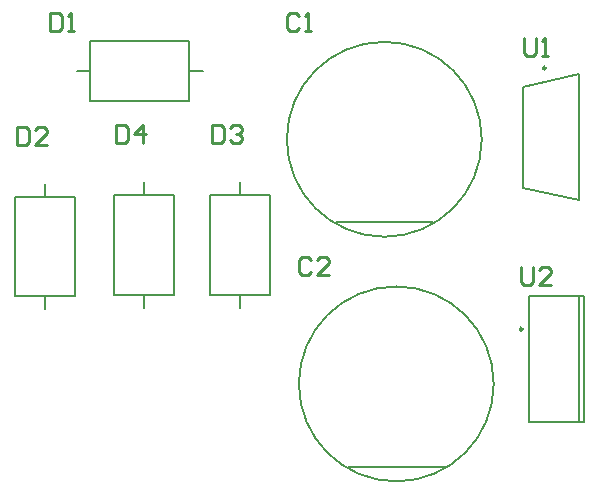
<source format=gbr>
%TF.GenerationSoftware,Altium Limited,Altium Designer,24.0.1 (36)*%
G04 Layer_Color=65535*
%FSLAX45Y45*%
%MOMM*%
%TF.SameCoordinates,E673BBFC-20C5-4476-8311-46C70BBC61D0*%
%TF.FilePolarity,Positive*%
%TF.FileFunction,Legend,Top*%
%TF.Part,Single*%
G01*
G75*
%TA.AperFunction,NonConductor*%
%ADD20C,0.15000*%
%ADD21C,0.25000*%
%ADD22C,0.20000*%
%ADD23C,0.25400*%
D20*
X4355600Y1136300D02*
G03*
X4355600Y1136300I-825000J0D01*
G01*
X4254000Y3207100D02*
G03*
X4254000Y3207100I-825000J0D01*
G01*
D21*
X4797200Y3809300D02*
G03*
X4797200Y3809300I-12500J0D01*
G01*
X4601200Y1600200D02*
G03*
X4601200Y1600200I-12500J0D01*
G01*
D22*
X1397000Y1779400D02*
Y1891400D01*
Y2731400D02*
Y2843400D01*
X1144500Y1891400D02*
X1649500D01*
X1144500D02*
Y2731400D01*
X1649500D01*
Y1891400D02*
Y2731400D01*
X1778900Y3784600D02*
X1890900D01*
X826900D02*
X938900D01*
X1778900Y3532100D02*
Y4037100D01*
X938900Y3532100D02*
X1778900D01*
X938900D02*
Y4037100D01*
X1778900D01*
X558800Y1766700D02*
Y1878700D01*
Y2718700D02*
Y2830700D01*
X306300Y1878700D02*
X811300D01*
X306300D02*
Y2718700D01*
X811300D01*
Y1878700D02*
Y2718700D01*
X2209800Y2731400D02*
Y2843400D01*
Y1779400D02*
Y1891400D01*
X1957300Y2731400D02*
X2462300D01*
Y1891400D02*
Y2731400D01*
X1957300Y1891400D02*
X2462300D01*
X1957300D02*
Y2731400D01*
X3118100Y433800D02*
X3943100D01*
X4603700Y3652600D02*
X5073700Y3759300D01*
Y2697300D02*
Y3754300D01*
X4603700Y2799000D02*
X5073700Y2692300D01*
X4603700Y2799000D02*
Y3652600D01*
X3016500Y2504600D02*
X3841500D01*
X5073700Y811200D02*
Y1881200D01*
X5123700Y811200D02*
Y1881200D01*
X4653700Y811200D02*
Y1881200D01*
X5123700D01*
X4653700Y811200D02*
X5123700D01*
D23*
X1160780Y3327351D02*
Y3175000D01*
X1236955D01*
X1262347Y3200392D01*
Y3301959D01*
X1236955Y3327351D01*
X1160780D01*
X1389306Y3175000D02*
Y3327351D01*
X1313131Y3251175D01*
X1414698D01*
X1973580Y3327351D02*
Y3175000D01*
X2049755D01*
X2075147Y3200392D01*
Y3301959D01*
X2049755Y3327351D01*
X1973580D01*
X2125931Y3301959D02*
X2151323Y3327351D01*
X2202106D01*
X2227498Y3301959D01*
Y3276567D01*
X2202106Y3251175D01*
X2176714D01*
X2202106D01*
X2227498Y3225783D01*
Y3200392D01*
X2202106Y3175000D01*
X2151323D01*
X2125931Y3200392D01*
X322580Y3314651D02*
Y3162300D01*
X398755D01*
X424147Y3187692D01*
Y3289259D01*
X398755Y3314651D01*
X322580D01*
X576498Y3162300D02*
X474931D01*
X576498Y3263867D01*
Y3289259D01*
X551106Y3314651D01*
X500323D01*
X474931Y3289259D01*
X596900Y4274771D02*
Y4122420D01*
X673075D01*
X698467Y4147812D01*
Y4249379D01*
X673075Y4274771D01*
X596900D01*
X749251Y4122420D02*
X800034D01*
X774643D01*
Y4274771D01*
X749251Y4249379D01*
X4589780Y2123391D02*
Y1996432D01*
X4615172Y1971040D01*
X4665955D01*
X4691347Y1996432D01*
Y2123391D01*
X4843698Y1971040D02*
X4742131D01*
X4843698Y2072607D01*
Y2097999D01*
X4818306Y2123391D01*
X4767523D01*
X4742131Y2097999D01*
X4610100Y4063951D02*
Y3936992D01*
X4635492Y3911600D01*
X4686275D01*
X4711667Y3936992D01*
Y4063951D01*
X4762451Y3911600D02*
X4813234D01*
X4787843D01*
Y4063951D01*
X4762451Y4038559D01*
X2811747Y2184359D02*
X2786355Y2209751D01*
X2735572D01*
X2710180Y2184359D01*
Y2082792D01*
X2735572Y2057400D01*
X2786355D01*
X2811747Y2082792D01*
X2964098Y2057400D02*
X2862531D01*
X2964098Y2158967D01*
Y2184359D01*
X2938706Y2209751D01*
X2887923D01*
X2862531Y2184359D01*
X2710147Y4254459D02*
X2684755Y4279851D01*
X2633972D01*
X2608580Y4254459D01*
Y4152892D01*
X2633972Y4127500D01*
X2684755D01*
X2710147Y4152892D01*
X2760931Y4127500D02*
X2811714D01*
X2786323D01*
Y4279851D01*
X2760931Y4254459D01*
%TF.MD5,03169a04ae1b8b07189fbce685884381*%
M02*

</source>
